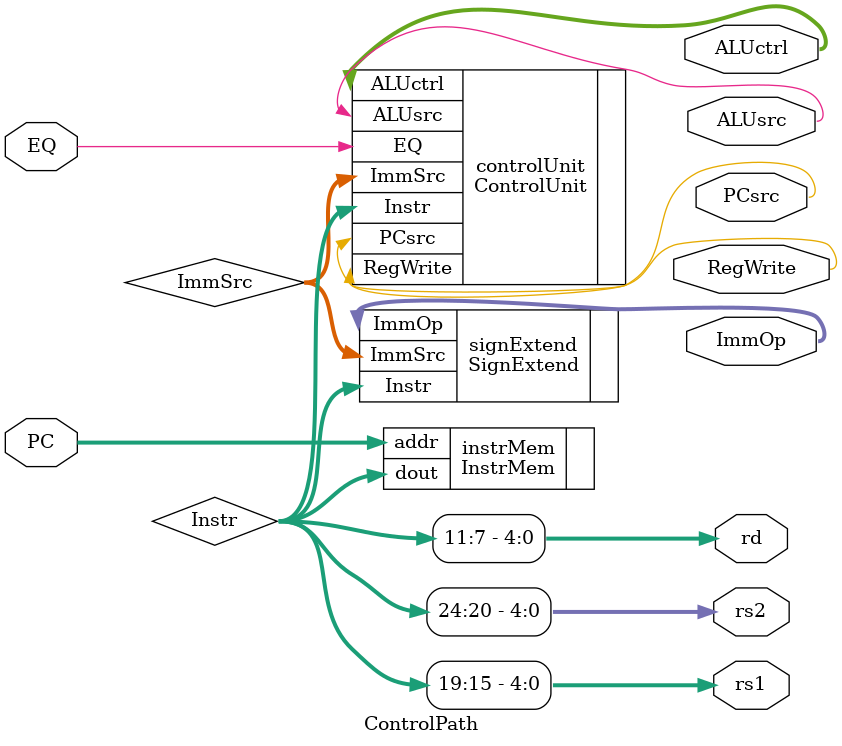
<source format=sv>
module ControlPath #(parameter DATA_WIDTH=32, REG_ADDRESS_WIDTH=5, MEM_ADDRESS_WIDTH=8)(
    input logic [MEM_ADDRESS_WIDTH-1:0] PC,
    input logic EQ,
    output logic [DATA_WIDTH-1:0] ImmOp,
    output logic ALUsrc,
    output logic [2:0] ALUctrl,
    output logic RegWrite,
    output logic [REG_ADDRESS_WIDTH-1:0] rs1,
    output logic [REG_ADDRESS_WIDTH-1:0] rs2,
    output logic [REG_ADDRESS_WIDTH-1:0] rd,
    output logic PCsrc

);

logic [1:0] ImmSrc;
logic [DATA_WIDTH-1:0] Instr;


InstrMem instrMem(
    .addr(PC),
    .dout(Instr)
);
ControlUnit controlUnit(
    .Instr(Instr),
    .EQ(EQ),
    .RegWrite(RegWrite),
    .ImmSrc(ImmSrc),
    .PCsrc(PCsrc),
    .ALUctrl(ALUctrl),
    .ALUsrc(ALUsrc)
);
SignExtend signExtend(
    .ImmSrc(ImmSrc),
    .Instr(Instr),
    .ImmOp(ImmOp)
);

always_comb begin
    rs2=Instr[24:20];
    rs1=Instr[19:15];
    rd=Instr[11:7];
end
endmodule

</source>
